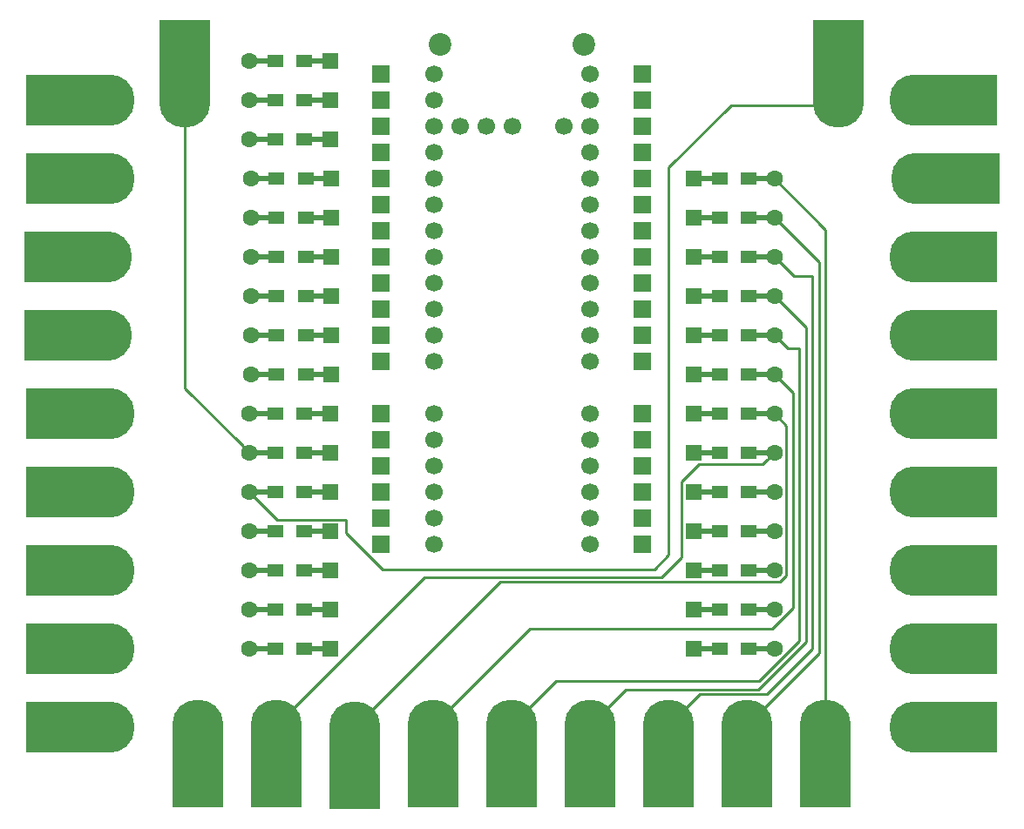
<source format=gbr>
G04 #@! TF.GenerationSoftware,KiCad,Pcbnew,(5.0.1-3-g963ef8bb5)*
G04 #@! TF.CreationDate,2019-02-13T00:25:30-08:00*
G04 #@! TF.ProjectId,midi-anything,6D6964692D616E797468696E672E6B69,rev?*
G04 #@! TF.SameCoordinates,Original*
G04 #@! TF.FileFunction,Copper,L2,Bot,Signal*
G04 #@! TF.FilePolarity,Positive*
%FSLAX46Y46*%
G04 Gerber Fmt 4.6, Leading zero omitted, Abs format (unit mm)*
G04 Created by KiCad (PCBNEW (5.0.1-3-g963ef8bb5)) date Wednesday, February 13, 2019 at 12:25:30 AM*
%MOMM*%
%LPD*%
G01*
G04 APERTURE LIST*
G04 #@! TA.AperFunction,SMDPad,CuDef*
%ADD10R,8.000000X5.000000*%
G04 #@! TD*
G04 #@! TA.AperFunction,ComponentPad*
%ADD11C,5.000000*%
G04 #@! TD*
G04 #@! TA.AperFunction,SMDPad,CuDef*
%ADD12R,5.000000X8.000000*%
G04 #@! TD*
G04 #@! TA.AperFunction,ComponentPad*
%ADD13C,1.700000*%
G04 #@! TD*
G04 #@! TA.AperFunction,ComponentPad*
%ADD14C,2.200000*%
G04 #@! TD*
G04 #@! TA.AperFunction,ComponentPad*
%ADD15R,1.700000X1.700000*%
G04 #@! TD*
G04 #@! TA.AperFunction,Conductor*
%ADD16R,2.900000X0.500000*%
G04 #@! TD*
G04 #@! TA.AperFunction,SMDPad,CuDef*
%ADD17R,1.600000X1.200000*%
G04 #@! TD*
G04 #@! TA.AperFunction,ComponentPad*
%ADD18C,1.600000*%
G04 #@! TD*
G04 #@! TA.AperFunction,ComponentPad*
%ADD19R,1.600000X1.600000*%
G04 #@! TD*
G04 #@! TA.AperFunction,Conductor*
%ADD20C,0.250000*%
G04 #@! TD*
G04 APERTURE END LIST*
D10*
G04 #@! TO.P,H1,1*
G04 #@! TO.N,Net-(D1-Pad2)*
X100330000Y-64770000D03*
D11*
X104330000Y-64770000D03*
G04 #@! TD*
G04 #@! TO.P,H2,1*
G04 #@! TO.N,Net-(D2-Pad2)*
X104330000Y-72390000D03*
D10*
X100330000Y-72390000D03*
G04 #@! TD*
G04 #@! TO.P,H3,1*
G04 #@! TO.N,Net-(D3-Pad2)*
X100140000Y-80010000D03*
D11*
X104140000Y-80010000D03*
G04 #@! TD*
G04 #@! TO.P,H4,1*
G04 #@! TO.N,Net-(D4-Pad2)*
X104140000Y-87630000D03*
D10*
X100140000Y-87630000D03*
G04 #@! TD*
G04 #@! TO.P,H5,1*
G04 #@! TO.N,Net-(D5-Pad2)*
X100330000Y-95250000D03*
D11*
X104330000Y-95250000D03*
G04 #@! TD*
G04 #@! TO.P,H6,1*
G04 #@! TO.N,Net-(D6-Pad2)*
X104330000Y-102870000D03*
D10*
X100330000Y-102870000D03*
G04 #@! TD*
G04 #@! TO.P,H7,1*
G04 #@! TO.N,Net-(D7-Pad2)*
X100330000Y-110490000D03*
D11*
X104330000Y-110490000D03*
G04 #@! TD*
G04 #@! TO.P,H8,1*
G04 #@! TO.N,Net-(D8-Pad2)*
X104330000Y-118110000D03*
D10*
X100330000Y-118110000D03*
G04 #@! TD*
G04 #@! TO.P,H9,1*
G04 #@! TO.N,Net-(D9-Pad2)*
X100330000Y-125730000D03*
D11*
X104330000Y-125730000D03*
G04 #@! TD*
D12*
G04 #@! TO.P,H10,1*
G04 #@! TO.N,Net-(D10-Pad2)*
X113030000Y-129540000D03*
D11*
X113030000Y-125540000D03*
G04 #@! TD*
G04 #@! TO.P,H11,1*
G04 #@! TO.N,Net-(D13-Pad2)*
X182690000Y-125730000D03*
D10*
X186690000Y-125730000D03*
G04 #@! TD*
G04 #@! TO.P,H12,1*
G04 #@! TO.N,Net-(D14-Pad2)*
X186690000Y-118110000D03*
D11*
X182690000Y-118110000D03*
G04 #@! TD*
G04 #@! TO.P,H13,1*
G04 #@! TO.N,Net-(D15-Pad2)*
X182690000Y-110490000D03*
D10*
X186690000Y-110490000D03*
G04 #@! TD*
D11*
G04 #@! TO.P,H14,1*
G04 #@! TO.N,Net-(D16-Pad2)*
X182690000Y-102870000D03*
D10*
X186690000Y-102870000D03*
G04 #@! TD*
D11*
G04 #@! TO.P,H15,1*
G04 #@! TO.N,Net-(D12-Pad2)*
X175260000Y-64960000D03*
D12*
G04 #@! TO.N,N/C*
X175260000Y-60960000D03*
G04 #@! TD*
G04 #@! TO.P,H16,1*
G04 #@! TO.N,Net-(D11-Pad2)*
X111760000Y-60960000D03*
D11*
X111760000Y-64960000D03*
G04 #@! TD*
D12*
G04 #@! TO.P,H17,1*
G04 #@! TO.N,Net-(D17-Pad2)*
X173990000Y-129540000D03*
D11*
X173990000Y-125540000D03*
G04 #@! TD*
G04 #@! TO.P,H18,1*
G04 #@! TO.N,Net-(D29-Pad2)*
X166370000Y-125540000D03*
D12*
X166370000Y-129540000D03*
G04 #@! TD*
G04 #@! TO.P,H19,1*
G04 #@! TO.N,Net-(D28-Pad2)*
X158750000Y-129540000D03*
D11*
X158750000Y-125540000D03*
G04 #@! TD*
G04 #@! TO.P,H20,1*
G04 #@! TO.N,Net-(D27-Pad2)*
X151130000Y-125540000D03*
D12*
X151130000Y-129540000D03*
G04 #@! TD*
G04 #@! TO.P,H21,1*
G04 #@! TO.N,Net-(D26-Pad2)*
X143510000Y-129540000D03*
D11*
X143510000Y-125540000D03*
G04 #@! TD*
G04 #@! TO.P,H22,1*
G04 #@! TO.N,Net-(D25-Pad2)*
X135890000Y-125540000D03*
D12*
X135890000Y-129540000D03*
G04 #@! TD*
G04 #@! TO.P,H23,1*
G04 #@! TO.N,Net-(D24-Pad2)*
X128270000Y-129730000D03*
D11*
X128270000Y-125730000D03*
G04 #@! TD*
G04 #@! TO.P,H24,1*
G04 #@! TO.N,Net-(D23-Pad2)*
X120650000Y-125540000D03*
D12*
X120650000Y-129540000D03*
G04 #@! TD*
D10*
G04 #@! TO.P,H25,1*
G04 #@! TO.N,Net-(D22-Pad2)*
X186690000Y-64770000D03*
D11*
X182690000Y-64770000D03*
G04 #@! TD*
G04 #@! TO.P,H26,1*
G04 #@! TO.N,Net-(D21-Pad2)*
X182880000Y-72390000D03*
D10*
X186880000Y-72390000D03*
G04 #@! TD*
G04 #@! TO.P,H27,1*
G04 #@! TO.N,Net-(D20-Pad2)*
X186690000Y-80010000D03*
D11*
X182690000Y-80010000D03*
G04 #@! TD*
G04 #@! TO.P,H28,1*
G04 #@! TO.N,Net-(D19-Pad2)*
X182690000Y-87630000D03*
D10*
X186690000Y-87630000D03*
G04 #@! TD*
G04 #@! TO.P,H29,1*
G04 #@! TO.N,Net-(D18-Pad2)*
X186690000Y-95250000D03*
D11*
X182690000Y-95250000D03*
G04 #@! TD*
D13*
G04 #@! TO.P,U1,RST*
G04 #@! TO.N,Net-(J17-Pad1)*
X151125000Y-107940000D03*
G04 #@! TO.P,U1,A13*
G04 #@! TO.N,Net-(D18-Pad1)*
X151125000Y-105400000D03*
G04 #@! TO.P,U1,B12*
G04 #@! TO.N,Net-(D20-Pad1)*
X151125000Y-100320000D03*
G04 #@! TO.P,U1,A14*
G04 #@! TO.N,Net-(D19-Pad1)*
X151125000Y-102860000D03*
G04 #@! TO.P,U1,B10*
G04 #@! TO.N,Net-(D22-Pad1)*
X151125000Y-95240000D03*
G04 #@! TO.P,U1,B11*
G04 #@! TO.N,Net-(D21-Pad1)*
X151125000Y-97780000D03*
G04 #@! TO.P,U1,B9*
G04 #@! TO.N,Net-(D23-Pad1)*
X151125000Y-90160000D03*
G04 #@! TO.P,U1,B13*
G04 #@! TO.N,Net-(D26-Pad1)*
X151125000Y-82540000D03*
G04 #@! TO.P,U1,B15*
G04 #@! TO.N,Net-(D24-Pad1)*
X151125000Y-87620000D03*
G04 #@! TO.P,U1,B14*
G04 #@! TO.N,Net-(D25-Pad1)*
X151125000Y-85080000D03*
G04 #@! TO.P,U1,B8*
G04 #@! TO.N,Net-(D27-Pad1)*
X151125000Y-80000000D03*
G04 #@! TO.P,U1,A0*
G04 #@! TO.N,Net-(D28-Pad1)*
X151125000Y-77460000D03*
G04 #@! TO.P,U1,A1*
G04 #@! TO.N,Net-(D29-Pad1)*
X151125000Y-74920000D03*
G04 #@! TO.P,U1,3.3V*
G04 #@! TO.N,Net-(J31-Pad1)*
X151125000Y-69840000D03*
G04 #@! TO.P,U1,A3|5v*
G04 #@! TO.N,Net-(U1-PadA3|5v)*
X148585000Y-67300000D03*
G04 #@! TO.P,U1,A2*
G04 #@! TO.N,Net-(D17-Pad1)*
X151125000Y-72380000D03*
G04 #@! TO.P,U1,DFU*
G04 #@! TO.N,Net-(J32-Pad1)*
X151125000Y-67300000D03*
G04 #@! TO.P,U1,GND*
G04 #@! TO.N,Net-(J33-Pad1)*
X151125000Y-64760000D03*
G04 #@! TO.P,U1,A4*
G04 #@! TO.N,Net-(D11-Pad1)*
X135910000Y-95240000D03*
G04 #@! TO.P,U1,A15*
G04 #@! TO.N,Net-(D16-Pad1)*
X135910000Y-107940000D03*
G04 #@! TO.P,U1,A6*
G04 #@! TO.N,Net-(D13-Pad1)*
X135910000Y-100320000D03*
G04 #@! TO.P,U1,A8*
G04 #@! TO.N,Net-(D15-Pad1)*
X135910000Y-105400000D03*
G04 #@! TO.P,U1,A7*
G04 #@! TO.N,Net-(D14-Pad1)*
X135910000Y-102860000D03*
G04 #@! TO.P,U1,A5*
G04 #@! TO.N,Net-(D12-Pad1)*
X135910000Y-97780000D03*
G04 #@! TO.P,U1,B0*
G04 #@! TO.N,Net-(D10-Pad1)*
X135910000Y-90160000D03*
G04 #@! TO.P,U1,B1*
G04 #@! TO.N,Net-(D9-Pad1)*
X135910000Y-87620000D03*
G04 #@! TO.P,U1,B2*
G04 #@! TO.N,Net-(D8-Pad1)*
X135910000Y-85080000D03*
G04 #@! TO.P,U1,B3*
G04 #@! TO.N,Net-(D7-Pad1)*
X135910000Y-82540000D03*
G04 #@! TO.P,U1,B4*
G04 #@! TO.N,Net-(D6-Pad1)*
X135910000Y-80000000D03*
G04 #@! TO.P,U1,B5*
G04 #@! TO.N,Net-(D5-Pad1)*
X135910000Y-77460000D03*
G04 #@! TO.P,U1,CHRG*
G04 #@! TO.N,Net-(U1-PadCHRG)*
X143530000Y-67300000D03*
G04 #@! TO.P,U1,D-*
G04 #@! TO.N,Net-(U1-PadD-)*
X140990000Y-67300000D03*
G04 #@! TO.P,U1,B6*
G04 #@! TO.N,Net-(D4-Pad1)*
X135910000Y-74920000D03*
G04 #@! TO.P,U1,B7*
G04 #@! TO.N,Net-(D3-Pad1)*
X135910000Y-72380000D03*
G04 #@! TO.P,U1,GND*
G04 #@! TO.N,Net-(J33-Pad1)*
X135910000Y-69840000D03*
X135910000Y-67300000D03*
G04 #@! TO.P,U1,D+*
G04 #@! TO.N,Net-(U1-PadD+)*
X138450000Y-67300000D03*
G04 #@! TO.P,U1,A9*
G04 #@! TO.N,Net-(D1-Pad1)*
X135910000Y-62220000D03*
D14*
G04 #@! TO.P,U1,SCRE*
G04 #@! TO.N,N/C*
X136519600Y-59395200D03*
X150515000Y-59395200D03*
D13*
G04 #@! TO.P,U1,A10*
G04 #@! TO.N,Net-(D2-Pad1)*
X135910000Y-64760000D03*
G04 #@! TO.P,U1,5V*
G04 #@! TO.N,Net-(J34-Pad1)*
X151125000Y-62220000D03*
G04 #@! TD*
D15*
G04 #@! TO.P,J1,1*
G04 #@! TO.N,Net-(D1-Pad1)*
X130810000Y-62230000D03*
G04 #@! TD*
G04 #@! TO.P,J2,1*
G04 #@! TO.N,Net-(D2-Pad1)*
X130810000Y-64770000D03*
G04 #@! TD*
G04 #@! TO.P,J3,1*
G04 #@! TO.N,Net-(D3-Pad1)*
X130810000Y-72390000D03*
G04 #@! TD*
G04 #@! TO.P,J4,1*
G04 #@! TO.N,Net-(D4-Pad1)*
X130810000Y-74930000D03*
G04 #@! TD*
G04 #@! TO.P,J5,1*
G04 #@! TO.N,Net-(D5-Pad1)*
X130810000Y-77470000D03*
G04 #@! TD*
G04 #@! TO.P,J6,1*
G04 #@! TO.N,Net-(D6-Pad1)*
X130810000Y-80010000D03*
G04 #@! TD*
G04 #@! TO.P,J7,1*
G04 #@! TO.N,Net-(D7-Pad1)*
X130810000Y-82550000D03*
G04 #@! TD*
G04 #@! TO.P,J8,1*
G04 #@! TO.N,Net-(D8-Pad1)*
X130810000Y-85090000D03*
G04 #@! TD*
G04 #@! TO.P,J9,1*
G04 #@! TO.N,Net-(D9-Pad1)*
X130810000Y-87630000D03*
G04 #@! TD*
G04 #@! TO.P,J10,1*
G04 #@! TO.N,Net-(D10-Pad1)*
X130810000Y-90170000D03*
G04 #@! TD*
G04 #@! TO.P,J11,1*
G04 #@! TO.N,Net-(D11-Pad1)*
X130810000Y-95250000D03*
G04 #@! TD*
G04 #@! TO.P,J12,1*
G04 #@! TO.N,Net-(D12-Pad1)*
X130810000Y-97790000D03*
G04 #@! TD*
G04 #@! TO.P,J13,1*
G04 #@! TO.N,Net-(D13-Pad1)*
X130810000Y-100330000D03*
G04 #@! TD*
G04 #@! TO.P,J14,1*
G04 #@! TO.N,Net-(D14-Pad1)*
X130810000Y-102870000D03*
G04 #@! TD*
G04 #@! TO.P,J15,1*
G04 #@! TO.N,Net-(D15-Pad1)*
X130810000Y-105410000D03*
G04 #@! TD*
G04 #@! TO.P,J16,1*
G04 #@! TO.N,Net-(D16-Pad1)*
X130810000Y-107950000D03*
G04 #@! TD*
G04 #@! TO.P,J17,1*
G04 #@! TO.N,Net-(J17-Pad1)*
X156210000Y-107950000D03*
G04 #@! TD*
G04 #@! TO.P,J18,1*
G04 #@! TO.N,Net-(D18-Pad1)*
X156210000Y-105410000D03*
G04 #@! TD*
G04 #@! TO.P,J19,1*
G04 #@! TO.N,Net-(D19-Pad1)*
X156210000Y-102870000D03*
G04 #@! TD*
G04 #@! TO.P,J20,1*
G04 #@! TO.N,Net-(D20-Pad1)*
X156210000Y-100330000D03*
G04 #@! TD*
G04 #@! TO.P,J21,1*
G04 #@! TO.N,Net-(D21-Pad1)*
X156210000Y-97790000D03*
G04 #@! TD*
G04 #@! TO.P,J22,1*
G04 #@! TO.N,Net-(D22-Pad1)*
X156210000Y-95250000D03*
G04 #@! TD*
G04 #@! TO.P,J23,1*
G04 #@! TO.N,Net-(D23-Pad1)*
X156210000Y-90170000D03*
G04 #@! TD*
G04 #@! TO.P,J24,1*
G04 #@! TO.N,Net-(D24-Pad1)*
X156210000Y-87630000D03*
G04 #@! TD*
G04 #@! TO.P,J25,1*
G04 #@! TO.N,Net-(D25-Pad1)*
X156210000Y-85090000D03*
G04 #@! TD*
G04 #@! TO.P,J26,1*
G04 #@! TO.N,Net-(D26-Pad1)*
X156210000Y-82550000D03*
G04 #@! TD*
G04 #@! TO.P,J27,1*
G04 #@! TO.N,Net-(D27-Pad1)*
X156210000Y-80010000D03*
G04 #@! TD*
G04 #@! TO.P,J28,1*
G04 #@! TO.N,Net-(D28-Pad1)*
X156210000Y-77470000D03*
G04 #@! TD*
G04 #@! TO.P,J29,1*
G04 #@! TO.N,Net-(D29-Pad1)*
X156210000Y-74930000D03*
G04 #@! TD*
G04 #@! TO.P,J30,1*
G04 #@! TO.N,Net-(D17-Pad1)*
X156210000Y-72390000D03*
G04 #@! TD*
G04 #@! TO.P,J31,1*
G04 #@! TO.N,Net-(J31-Pad1)*
X156210000Y-69850000D03*
G04 #@! TD*
G04 #@! TO.P,J32,1*
G04 #@! TO.N,Net-(J32-Pad1)*
X156210000Y-67310000D03*
G04 #@! TD*
G04 #@! TO.P,J33,1*
G04 #@! TO.N,Net-(J33-Pad1)*
X156210000Y-64770000D03*
G04 #@! TD*
G04 #@! TO.P,J34,1*
G04 #@! TO.N,Net-(J34-Pad1)*
X156210000Y-62230000D03*
G04 #@! TD*
G04 #@! TO.P,J35,1*
G04 #@! TO.N,Net-(J35-Pad1)*
X130810000Y-67310000D03*
G04 #@! TD*
G04 #@! TO.P,J36,1*
G04 #@! TO.N,Net-(J36-Pad1)*
X130810000Y-69850000D03*
G04 #@! TD*
D16*
G04 #@! TO.N,Net-(D1-Pad2)*
G04 #@! TO.C,D1*
X119420000Y-60960000D03*
D17*
G04 #@! TD*
G04 #@! TO.P,D1,2*
G04 #@! TO.N,Net-(D1-Pad2)*
X120520000Y-60960000D03*
G04 #@! TO.P,D1,1*
G04 #@! TO.N,Net-(D1-Pad1)*
X123320000Y-60960000D03*
D16*
G04 #@! TD*
G04 #@! TO.N,Net-(D1-Pad1)*
G04 #@! TO.C,D1*
X124420000Y-60960000D03*
D18*
G04 #@! TO.P,D1,2*
G04 #@! TO.N,Net-(D1-Pad2)*
X118020000Y-60960000D03*
D19*
G04 #@! TO.P,D1,1*
G04 #@! TO.N,Net-(D1-Pad1)*
X125820000Y-60960000D03*
G04 #@! TD*
D16*
G04 #@! TO.N,Net-(D2-Pad2)*
G04 #@! TO.C,D2*
X119420000Y-64770000D03*
D17*
G04 #@! TD*
G04 #@! TO.P,D2,2*
G04 #@! TO.N,Net-(D2-Pad2)*
X120520000Y-64770000D03*
G04 #@! TO.P,D2,1*
G04 #@! TO.N,Net-(D2-Pad1)*
X123320000Y-64770000D03*
D16*
G04 #@! TD*
G04 #@! TO.N,Net-(D2-Pad1)*
G04 #@! TO.C,D2*
X124420000Y-64770000D03*
D18*
G04 #@! TO.P,D2,2*
G04 #@! TO.N,Net-(D2-Pad2)*
X118020000Y-64770000D03*
D19*
G04 #@! TO.P,D2,1*
G04 #@! TO.N,Net-(D2-Pad1)*
X125820000Y-64770000D03*
G04 #@! TD*
G04 #@! TO.P,D3,1*
G04 #@! TO.N,Net-(D3-Pad1)*
X125820000Y-68580000D03*
D18*
G04 #@! TO.P,D3,2*
G04 #@! TO.N,Net-(D3-Pad2)*
X118020000Y-68580000D03*
D16*
G04 #@! TD*
G04 #@! TO.N,Net-(D3-Pad1)*
G04 #@! TO.C,D3*
X124420000Y-68580000D03*
D17*
G04 #@! TO.P,D3,1*
G04 #@! TO.N,Net-(D3-Pad1)*
X123320000Y-68580000D03*
G04 #@! TO.P,D3,2*
G04 #@! TO.N,Net-(D3-Pad2)*
X120520000Y-68580000D03*
D16*
G04 #@! TD*
G04 #@! TO.N,Net-(D3-Pad2)*
G04 #@! TO.C,D3*
X119420000Y-68580000D03*
G04 #@! TO.N,Net-(D4-Pad2)*
G04 #@! TO.C,D4*
X119550000Y-72390000D03*
D17*
G04 #@! TD*
G04 #@! TO.P,D4,2*
G04 #@! TO.N,Net-(D4-Pad2)*
X120650000Y-72390000D03*
G04 #@! TO.P,D4,1*
G04 #@! TO.N,Net-(D4-Pad1)*
X123450000Y-72390000D03*
D16*
G04 #@! TD*
G04 #@! TO.N,Net-(D4-Pad1)*
G04 #@! TO.C,D4*
X124550000Y-72390000D03*
D18*
G04 #@! TO.P,D4,2*
G04 #@! TO.N,Net-(D4-Pad2)*
X118150000Y-72390000D03*
D19*
G04 #@! TO.P,D4,1*
G04 #@! TO.N,Net-(D4-Pad1)*
X125950000Y-72390000D03*
G04 #@! TD*
G04 #@! TO.P,D5,1*
G04 #@! TO.N,Net-(D5-Pad1)*
X125950000Y-76200000D03*
D18*
G04 #@! TO.P,D5,2*
G04 #@! TO.N,Net-(D5-Pad2)*
X118150000Y-76200000D03*
D16*
G04 #@! TD*
G04 #@! TO.N,Net-(D5-Pad1)*
G04 #@! TO.C,D5*
X124550000Y-76200000D03*
D17*
G04 #@! TO.P,D5,1*
G04 #@! TO.N,Net-(D5-Pad1)*
X123450000Y-76200000D03*
G04 #@! TO.P,D5,2*
G04 #@! TO.N,Net-(D5-Pad2)*
X120650000Y-76200000D03*
D16*
G04 #@! TD*
G04 #@! TO.N,Net-(D5-Pad2)*
G04 #@! TO.C,D5*
X119550000Y-76200000D03*
G04 #@! TO.N,Net-(D6-Pad2)*
G04 #@! TO.C,D6*
X119550000Y-80010000D03*
D17*
G04 #@! TD*
G04 #@! TO.P,D6,2*
G04 #@! TO.N,Net-(D6-Pad2)*
X120650000Y-80010000D03*
G04 #@! TO.P,D6,1*
G04 #@! TO.N,Net-(D6-Pad1)*
X123450000Y-80010000D03*
D16*
G04 #@! TD*
G04 #@! TO.N,Net-(D6-Pad1)*
G04 #@! TO.C,D6*
X124550000Y-80010000D03*
D18*
G04 #@! TO.P,D6,2*
G04 #@! TO.N,Net-(D6-Pad2)*
X118150000Y-80010000D03*
D19*
G04 #@! TO.P,D6,1*
G04 #@! TO.N,Net-(D6-Pad1)*
X125950000Y-80010000D03*
G04 #@! TD*
G04 #@! TO.P,D7,1*
G04 #@! TO.N,Net-(D7-Pad1)*
X125950000Y-83820000D03*
D18*
G04 #@! TO.P,D7,2*
G04 #@! TO.N,Net-(D7-Pad2)*
X118150000Y-83820000D03*
D16*
G04 #@! TD*
G04 #@! TO.N,Net-(D7-Pad1)*
G04 #@! TO.C,D7*
X124550000Y-83820000D03*
D17*
G04 #@! TO.P,D7,1*
G04 #@! TO.N,Net-(D7-Pad1)*
X123450000Y-83820000D03*
G04 #@! TO.P,D7,2*
G04 #@! TO.N,Net-(D7-Pad2)*
X120650000Y-83820000D03*
D16*
G04 #@! TD*
G04 #@! TO.N,Net-(D7-Pad2)*
G04 #@! TO.C,D7*
X119550000Y-83820000D03*
G04 #@! TO.N,Net-(D8-Pad2)*
G04 #@! TO.C,D8*
X119550000Y-87630000D03*
D17*
G04 #@! TD*
G04 #@! TO.P,D8,2*
G04 #@! TO.N,Net-(D8-Pad2)*
X120650000Y-87630000D03*
G04 #@! TO.P,D8,1*
G04 #@! TO.N,Net-(D8-Pad1)*
X123450000Y-87630000D03*
D16*
G04 #@! TD*
G04 #@! TO.N,Net-(D8-Pad1)*
G04 #@! TO.C,D8*
X124550000Y-87630000D03*
D18*
G04 #@! TO.P,D8,2*
G04 #@! TO.N,Net-(D8-Pad2)*
X118150000Y-87630000D03*
D19*
G04 #@! TO.P,D8,1*
G04 #@! TO.N,Net-(D8-Pad1)*
X125950000Y-87630000D03*
G04 #@! TD*
G04 #@! TO.P,D9,1*
G04 #@! TO.N,Net-(D9-Pad1)*
X125950000Y-91440000D03*
D18*
G04 #@! TO.P,D9,2*
G04 #@! TO.N,Net-(D9-Pad2)*
X118150000Y-91440000D03*
D16*
G04 #@! TD*
G04 #@! TO.N,Net-(D9-Pad1)*
G04 #@! TO.C,D9*
X124550000Y-91440000D03*
D17*
G04 #@! TO.P,D9,1*
G04 #@! TO.N,Net-(D9-Pad1)*
X123450000Y-91440000D03*
G04 #@! TO.P,D9,2*
G04 #@! TO.N,Net-(D9-Pad2)*
X120650000Y-91440000D03*
D16*
G04 #@! TD*
G04 #@! TO.N,Net-(D9-Pad2)*
G04 #@! TO.C,D9*
X119550000Y-91440000D03*
G04 #@! TO.N,Net-(D10-Pad2)*
G04 #@! TO.C,D10*
X119420000Y-95250000D03*
D17*
G04 #@! TD*
G04 #@! TO.P,D10,2*
G04 #@! TO.N,Net-(D10-Pad2)*
X120520000Y-95250000D03*
G04 #@! TO.P,D10,1*
G04 #@! TO.N,Net-(D10-Pad1)*
X123320000Y-95250000D03*
D16*
G04 #@! TD*
G04 #@! TO.N,Net-(D10-Pad1)*
G04 #@! TO.C,D10*
X124420000Y-95250000D03*
D18*
G04 #@! TO.P,D10,2*
G04 #@! TO.N,Net-(D10-Pad2)*
X118020000Y-95250000D03*
D19*
G04 #@! TO.P,D10,1*
G04 #@! TO.N,Net-(D10-Pad1)*
X125820000Y-95250000D03*
G04 #@! TD*
G04 #@! TO.P,D11,1*
G04 #@! TO.N,Net-(D11-Pad1)*
X125820000Y-99060000D03*
D18*
G04 #@! TO.P,D11,2*
G04 #@! TO.N,Net-(D11-Pad2)*
X118020000Y-99060000D03*
D16*
G04 #@! TD*
G04 #@! TO.N,Net-(D11-Pad1)*
G04 #@! TO.C,D11*
X124420000Y-99060000D03*
D17*
G04 #@! TO.P,D11,1*
G04 #@! TO.N,Net-(D11-Pad1)*
X123320000Y-99060000D03*
G04 #@! TO.P,D11,2*
G04 #@! TO.N,Net-(D11-Pad2)*
X120520000Y-99060000D03*
D16*
G04 #@! TD*
G04 #@! TO.N,Net-(D11-Pad2)*
G04 #@! TO.C,D11*
X119420000Y-99060000D03*
G04 #@! TO.N,Net-(D12-Pad2)*
G04 #@! TO.C,D12*
X119420000Y-102870000D03*
D17*
G04 #@! TD*
G04 #@! TO.P,D12,2*
G04 #@! TO.N,Net-(D12-Pad2)*
X120520000Y-102870000D03*
G04 #@! TO.P,D12,1*
G04 #@! TO.N,Net-(D12-Pad1)*
X123320000Y-102870000D03*
D16*
G04 #@! TD*
G04 #@! TO.N,Net-(D12-Pad1)*
G04 #@! TO.C,D12*
X124420000Y-102870000D03*
D18*
G04 #@! TO.P,D12,2*
G04 #@! TO.N,Net-(D12-Pad2)*
X118020000Y-102870000D03*
D19*
G04 #@! TO.P,D12,1*
G04 #@! TO.N,Net-(D12-Pad1)*
X125820000Y-102870000D03*
G04 #@! TD*
G04 #@! TO.P,D13,1*
G04 #@! TO.N,Net-(D13-Pad1)*
X125820000Y-106680000D03*
D18*
G04 #@! TO.P,D13,2*
G04 #@! TO.N,Net-(D13-Pad2)*
X118020000Y-106680000D03*
D16*
G04 #@! TD*
G04 #@! TO.N,Net-(D13-Pad1)*
G04 #@! TO.C,D13*
X124420000Y-106680000D03*
D17*
G04 #@! TO.P,D13,1*
G04 #@! TO.N,Net-(D13-Pad1)*
X123320000Y-106680000D03*
G04 #@! TO.P,D13,2*
G04 #@! TO.N,Net-(D13-Pad2)*
X120520000Y-106680000D03*
D16*
G04 #@! TD*
G04 #@! TO.N,Net-(D13-Pad2)*
G04 #@! TO.C,D13*
X119420000Y-106680000D03*
D19*
G04 #@! TO.P,D14,1*
G04 #@! TO.N,Net-(D14-Pad1)*
X125820000Y-110490000D03*
D18*
G04 #@! TO.P,D14,2*
G04 #@! TO.N,Net-(D14-Pad2)*
X118020000Y-110490000D03*
D16*
G04 #@! TD*
G04 #@! TO.N,Net-(D14-Pad1)*
G04 #@! TO.C,D14*
X124420000Y-110490000D03*
D17*
G04 #@! TO.P,D14,1*
G04 #@! TO.N,Net-(D14-Pad1)*
X123320000Y-110490000D03*
G04 #@! TO.P,D14,2*
G04 #@! TO.N,Net-(D14-Pad2)*
X120520000Y-110490000D03*
D16*
G04 #@! TD*
G04 #@! TO.N,Net-(D14-Pad2)*
G04 #@! TO.C,D14*
X119420000Y-110490000D03*
G04 #@! TO.N,Net-(D15-Pad2)*
G04 #@! TO.C,D15*
X119420000Y-114300000D03*
D17*
G04 #@! TD*
G04 #@! TO.P,D15,2*
G04 #@! TO.N,Net-(D15-Pad2)*
X120520000Y-114300000D03*
G04 #@! TO.P,D15,1*
G04 #@! TO.N,Net-(D15-Pad1)*
X123320000Y-114300000D03*
D16*
G04 #@! TD*
G04 #@! TO.N,Net-(D15-Pad1)*
G04 #@! TO.C,D15*
X124420000Y-114300000D03*
D18*
G04 #@! TO.P,D15,2*
G04 #@! TO.N,Net-(D15-Pad2)*
X118020000Y-114300000D03*
D19*
G04 #@! TO.P,D15,1*
G04 #@! TO.N,Net-(D15-Pad1)*
X125820000Y-114300000D03*
G04 #@! TD*
G04 #@! TO.P,D16,1*
G04 #@! TO.N,Net-(D16-Pad1)*
X125820000Y-118110000D03*
D18*
G04 #@! TO.P,D16,2*
G04 #@! TO.N,Net-(D16-Pad2)*
X118020000Y-118110000D03*
D16*
G04 #@! TD*
G04 #@! TO.N,Net-(D16-Pad1)*
G04 #@! TO.C,D16*
X124420000Y-118110000D03*
D17*
G04 #@! TO.P,D16,1*
G04 #@! TO.N,Net-(D16-Pad1)*
X123320000Y-118110000D03*
G04 #@! TO.P,D16,2*
G04 #@! TO.N,Net-(D16-Pad2)*
X120520000Y-118110000D03*
D16*
G04 #@! TD*
G04 #@! TO.N,Net-(D16-Pad2)*
G04 #@! TO.C,D16*
X119420000Y-118110000D03*
D19*
G04 #@! TO.P,D17,1*
G04 #@! TO.N,Net-(D17-Pad1)*
X161200000Y-72390000D03*
D18*
G04 #@! TO.P,D17,2*
G04 #@! TO.N,Net-(D17-Pad2)*
X169000000Y-72390000D03*
D16*
G04 #@! TD*
G04 #@! TO.N,Net-(D17-Pad1)*
G04 #@! TO.C,D17*
X162600000Y-72390000D03*
D17*
G04 #@! TO.P,D17,1*
G04 #@! TO.N,Net-(D17-Pad1)*
X163700000Y-72390000D03*
G04 #@! TO.P,D17,2*
G04 #@! TO.N,Net-(D17-Pad2)*
X166500000Y-72390000D03*
D16*
G04 #@! TD*
G04 #@! TO.N,Net-(D17-Pad2)*
G04 #@! TO.C,D17*
X167600000Y-72390000D03*
G04 #@! TO.N,Net-(D18-Pad2)*
G04 #@! TO.C,D18*
X167600000Y-118110000D03*
D17*
G04 #@! TD*
G04 #@! TO.P,D18,2*
G04 #@! TO.N,Net-(D18-Pad2)*
X166500000Y-118110000D03*
G04 #@! TO.P,D18,1*
G04 #@! TO.N,Net-(D18-Pad1)*
X163700000Y-118110000D03*
D16*
G04 #@! TD*
G04 #@! TO.N,Net-(D18-Pad1)*
G04 #@! TO.C,D18*
X162600000Y-118110000D03*
D18*
G04 #@! TO.P,D18,2*
G04 #@! TO.N,Net-(D18-Pad2)*
X169000000Y-118110000D03*
D19*
G04 #@! TO.P,D18,1*
G04 #@! TO.N,Net-(D18-Pad1)*
X161200000Y-118110000D03*
G04 #@! TD*
G04 #@! TO.P,D19,1*
G04 #@! TO.N,Net-(D19-Pad1)*
X161200000Y-114300000D03*
D18*
G04 #@! TO.P,D19,2*
G04 #@! TO.N,Net-(D19-Pad2)*
X169000000Y-114300000D03*
D16*
G04 #@! TD*
G04 #@! TO.N,Net-(D19-Pad1)*
G04 #@! TO.C,D19*
X162600000Y-114300000D03*
D17*
G04 #@! TO.P,D19,1*
G04 #@! TO.N,Net-(D19-Pad1)*
X163700000Y-114300000D03*
G04 #@! TO.P,D19,2*
G04 #@! TO.N,Net-(D19-Pad2)*
X166500000Y-114300000D03*
D16*
G04 #@! TD*
G04 #@! TO.N,Net-(D19-Pad2)*
G04 #@! TO.C,D19*
X167600000Y-114300000D03*
G04 #@! TO.N,Net-(D20-Pad2)*
G04 #@! TO.C,D20*
X167600000Y-110490000D03*
D17*
G04 #@! TD*
G04 #@! TO.P,D20,2*
G04 #@! TO.N,Net-(D20-Pad2)*
X166500000Y-110490000D03*
G04 #@! TO.P,D20,1*
G04 #@! TO.N,Net-(D20-Pad1)*
X163700000Y-110490000D03*
D16*
G04 #@! TD*
G04 #@! TO.N,Net-(D20-Pad1)*
G04 #@! TO.C,D20*
X162600000Y-110490000D03*
D18*
G04 #@! TO.P,D20,2*
G04 #@! TO.N,Net-(D20-Pad2)*
X169000000Y-110490000D03*
D19*
G04 #@! TO.P,D20,1*
G04 #@! TO.N,Net-(D20-Pad1)*
X161200000Y-110490000D03*
G04 #@! TD*
G04 #@! TO.P,D21,1*
G04 #@! TO.N,Net-(D21-Pad1)*
X161200000Y-106680000D03*
D18*
G04 #@! TO.P,D21,2*
G04 #@! TO.N,Net-(D21-Pad2)*
X169000000Y-106680000D03*
D16*
G04 #@! TD*
G04 #@! TO.N,Net-(D21-Pad1)*
G04 #@! TO.C,D21*
X162600000Y-106680000D03*
D17*
G04 #@! TO.P,D21,1*
G04 #@! TO.N,Net-(D21-Pad1)*
X163700000Y-106680000D03*
G04 #@! TO.P,D21,2*
G04 #@! TO.N,Net-(D21-Pad2)*
X166500000Y-106680000D03*
D16*
G04 #@! TD*
G04 #@! TO.N,Net-(D21-Pad2)*
G04 #@! TO.C,D21*
X167600000Y-106680000D03*
G04 #@! TO.N,Net-(D22-Pad2)*
G04 #@! TO.C,D22*
X167600000Y-102870000D03*
D17*
G04 #@! TD*
G04 #@! TO.P,D22,2*
G04 #@! TO.N,Net-(D22-Pad2)*
X166500000Y-102870000D03*
G04 #@! TO.P,D22,1*
G04 #@! TO.N,Net-(D22-Pad1)*
X163700000Y-102870000D03*
D16*
G04 #@! TD*
G04 #@! TO.N,Net-(D22-Pad1)*
G04 #@! TO.C,D22*
X162600000Y-102870000D03*
D18*
G04 #@! TO.P,D22,2*
G04 #@! TO.N,Net-(D22-Pad2)*
X169000000Y-102870000D03*
D19*
G04 #@! TO.P,D22,1*
G04 #@! TO.N,Net-(D22-Pad1)*
X161200000Y-102870000D03*
G04 #@! TD*
G04 #@! TO.P,D23,1*
G04 #@! TO.N,Net-(D23-Pad1)*
X161200000Y-99060000D03*
D18*
G04 #@! TO.P,D23,2*
G04 #@! TO.N,Net-(D23-Pad2)*
X169000000Y-99060000D03*
D16*
G04 #@! TD*
G04 #@! TO.N,Net-(D23-Pad1)*
G04 #@! TO.C,D23*
X162600000Y-99060000D03*
D17*
G04 #@! TO.P,D23,1*
G04 #@! TO.N,Net-(D23-Pad1)*
X163700000Y-99060000D03*
G04 #@! TO.P,D23,2*
G04 #@! TO.N,Net-(D23-Pad2)*
X166500000Y-99060000D03*
D16*
G04 #@! TD*
G04 #@! TO.N,Net-(D23-Pad2)*
G04 #@! TO.C,D23*
X167600000Y-99060000D03*
G04 #@! TO.N,Net-(D24-Pad2)*
G04 #@! TO.C,D24*
X167600000Y-95250000D03*
D17*
G04 #@! TD*
G04 #@! TO.P,D24,2*
G04 #@! TO.N,Net-(D24-Pad2)*
X166500000Y-95250000D03*
G04 #@! TO.P,D24,1*
G04 #@! TO.N,Net-(D24-Pad1)*
X163700000Y-95250000D03*
D16*
G04 #@! TD*
G04 #@! TO.N,Net-(D24-Pad1)*
G04 #@! TO.C,D24*
X162600000Y-95250000D03*
D18*
G04 #@! TO.P,D24,2*
G04 #@! TO.N,Net-(D24-Pad2)*
X169000000Y-95250000D03*
D19*
G04 #@! TO.P,D24,1*
G04 #@! TO.N,Net-(D24-Pad1)*
X161200000Y-95250000D03*
G04 #@! TD*
G04 #@! TO.P,D25,1*
G04 #@! TO.N,Net-(D25-Pad1)*
X161200000Y-91440000D03*
D18*
G04 #@! TO.P,D25,2*
G04 #@! TO.N,Net-(D25-Pad2)*
X169000000Y-91440000D03*
D16*
G04 #@! TD*
G04 #@! TO.N,Net-(D25-Pad1)*
G04 #@! TO.C,D25*
X162600000Y-91440000D03*
D17*
G04 #@! TO.P,D25,1*
G04 #@! TO.N,Net-(D25-Pad1)*
X163700000Y-91440000D03*
G04 #@! TO.P,D25,2*
G04 #@! TO.N,Net-(D25-Pad2)*
X166500000Y-91440000D03*
D16*
G04 #@! TD*
G04 #@! TO.N,Net-(D25-Pad2)*
G04 #@! TO.C,D25*
X167600000Y-91440000D03*
G04 #@! TO.N,Net-(D26-Pad2)*
G04 #@! TO.C,D26*
X167600000Y-87630000D03*
D17*
G04 #@! TD*
G04 #@! TO.P,D26,2*
G04 #@! TO.N,Net-(D26-Pad2)*
X166500000Y-87630000D03*
G04 #@! TO.P,D26,1*
G04 #@! TO.N,Net-(D26-Pad1)*
X163700000Y-87630000D03*
D16*
G04 #@! TD*
G04 #@! TO.N,Net-(D26-Pad1)*
G04 #@! TO.C,D26*
X162600000Y-87630000D03*
D18*
G04 #@! TO.P,D26,2*
G04 #@! TO.N,Net-(D26-Pad2)*
X169000000Y-87630000D03*
D19*
G04 #@! TO.P,D26,1*
G04 #@! TO.N,Net-(D26-Pad1)*
X161200000Y-87630000D03*
G04 #@! TD*
G04 #@! TO.P,D27,1*
G04 #@! TO.N,Net-(D27-Pad1)*
X161200000Y-83820000D03*
D18*
G04 #@! TO.P,D27,2*
G04 #@! TO.N,Net-(D27-Pad2)*
X169000000Y-83820000D03*
D16*
G04 #@! TD*
G04 #@! TO.N,Net-(D27-Pad1)*
G04 #@! TO.C,D27*
X162600000Y-83820000D03*
D17*
G04 #@! TO.P,D27,1*
G04 #@! TO.N,Net-(D27-Pad1)*
X163700000Y-83820000D03*
G04 #@! TO.P,D27,2*
G04 #@! TO.N,Net-(D27-Pad2)*
X166500000Y-83820000D03*
D16*
G04 #@! TD*
G04 #@! TO.N,Net-(D27-Pad2)*
G04 #@! TO.C,D27*
X167600000Y-83820000D03*
G04 #@! TO.N,Net-(D28-Pad2)*
G04 #@! TO.C,D28*
X167600000Y-80010000D03*
D17*
G04 #@! TD*
G04 #@! TO.P,D28,2*
G04 #@! TO.N,Net-(D28-Pad2)*
X166500000Y-80010000D03*
G04 #@! TO.P,D28,1*
G04 #@! TO.N,Net-(D28-Pad1)*
X163700000Y-80010000D03*
D16*
G04 #@! TD*
G04 #@! TO.N,Net-(D28-Pad1)*
G04 #@! TO.C,D28*
X162600000Y-80010000D03*
D18*
G04 #@! TO.P,D28,2*
G04 #@! TO.N,Net-(D28-Pad2)*
X169000000Y-80010000D03*
D19*
G04 #@! TO.P,D28,1*
G04 #@! TO.N,Net-(D28-Pad1)*
X161200000Y-80010000D03*
G04 #@! TD*
G04 #@! TO.P,D29,1*
G04 #@! TO.N,Net-(D29-Pad1)*
X161200000Y-76200000D03*
D18*
G04 #@! TO.P,D29,2*
G04 #@! TO.N,Net-(D29-Pad2)*
X169000000Y-76200000D03*
D16*
G04 #@! TD*
G04 #@! TO.N,Net-(D29-Pad1)*
G04 #@! TO.C,D29*
X162600000Y-76200000D03*
D17*
G04 #@! TO.P,D29,1*
G04 #@! TO.N,Net-(D29-Pad1)*
X163700000Y-76200000D03*
G04 #@! TO.P,D29,2*
G04 #@! TO.N,Net-(D29-Pad2)*
X166500000Y-76200000D03*
D16*
G04 #@! TD*
G04 #@! TO.N,Net-(D29-Pad2)*
G04 #@! TO.C,D29*
X167600000Y-76200000D03*
D20*
G04 #@! TO.N,Net-(D11-Pad2)*
X117220001Y-98260001D02*
X118020000Y-99060000D01*
X111760000Y-92800000D02*
X117220001Y-98260001D01*
X111760000Y-60960000D02*
X111760000Y-92800000D01*
G04 #@! TO.N,Net-(D12-Pad2)*
X172499999Y-65285001D02*
X175260000Y-65285001D01*
X158750000Y-108965002D02*
X158750000Y-71329999D01*
X164794998Y-65285001D02*
X172499999Y-65285001D01*
X157320001Y-110395001D02*
X158750000Y-108965002D01*
X130969999Y-110395001D02*
X157320001Y-110395001D01*
X127399997Y-106824999D02*
X130969999Y-110395001D01*
X158750000Y-71329999D02*
X164794998Y-65285001D01*
X127399997Y-105554999D02*
X127399997Y-106824999D01*
X120704999Y-105554999D02*
X127399997Y-105554999D01*
X118020000Y-102870000D02*
X120704999Y-105554999D01*
G04 #@! TO.N,Net-(D17-Pad2)*
X173990000Y-77380000D02*
X169000000Y-72390000D01*
X173990000Y-125540000D02*
X173990000Y-77380000D01*
G04 #@! TO.N,Net-(D23-Pad2)*
X135025009Y-111164991D02*
X158075009Y-111164991D01*
X120650000Y-125540000D02*
X135025009Y-111164991D01*
X158075009Y-111164991D02*
X160020000Y-109220000D01*
X161699997Y-100185001D02*
X167874999Y-100185001D01*
X168200001Y-99859999D02*
X169000000Y-99060000D01*
X167874999Y-100185001D02*
X168200001Y-99859999D01*
X160020000Y-101864998D02*
X161699997Y-100185001D01*
X160020000Y-109220000D02*
X160020000Y-101864998D01*
G04 #@! TO.N,Net-(D24-Pad2)*
X169540001Y-111615001D02*
X170180000Y-110975002D01*
X142384999Y-111615001D02*
X169540001Y-111615001D01*
X128270000Y-125730000D02*
X142384999Y-111615001D01*
X170180000Y-96430000D02*
X169000000Y-95250000D01*
X170180000Y-110975002D02*
X170180000Y-96430000D01*
G04 #@! TO.N,Net-(D25-Pad2)*
X135890000Y-125540000D02*
X145225000Y-116205000D01*
X168760002Y-116205000D02*
X170815000Y-114150002D01*
X145225000Y-116205000D02*
X168760002Y-116205000D01*
X170815000Y-93255000D02*
X169000000Y-91440000D01*
X170815000Y-114150002D02*
X170815000Y-93255000D01*
G04 #@! TO.N,Net-(D26-Pad2)*
X143510000Y-125540000D02*
X147765000Y-121285000D01*
X167490002Y-121285000D02*
X171450000Y-117325002D01*
X147765000Y-121285000D02*
X167490002Y-121285000D01*
X171450000Y-117325002D02*
X171450000Y-88900000D01*
X170270000Y-88900000D02*
X169000000Y-87630000D01*
X171450000Y-88900000D02*
X170270000Y-88900000D01*
G04 #@! TO.N,Net-(D27-Pad2)*
X151130000Y-125540000D02*
X154565010Y-122104990D01*
X154565010Y-122104990D02*
X167455010Y-122104990D01*
X167455010Y-122104990D02*
X172085000Y-117475000D01*
X172085000Y-86905000D02*
X169000000Y-83820000D01*
X172085000Y-117475000D02*
X172085000Y-86905000D01*
G04 #@! TO.N,Net-(D28-Pad2)*
X158750000Y-125540000D02*
X161735000Y-122555000D01*
X161735000Y-122555000D02*
X168275000Y-122555000D01*
X168275000Y-122555000D02*
X172720000Y-118110000D01*
X172720000Y-118110000D02*
X172720000Y-81915000D01*
X169799999Y-80809999D02*
X169000000Y-80010000D01*
X170905000Y-81915000D02*
X169799999Y-80809999D01*
X172720000Y-81915000D02*
X170905000Y-81915000D01*
G04 #@! TO.N,Net-(D29-Pad2)*
X169799999Y-76999999D02*
X169000000Y-76200000D01*
X173355000Y-80555000D02*
X169799999Y-76999999D01*
X173355000Y-118555000D02*
X173355000Y-80555000D01*
X166370000Y-125540000D02*
X173355000Y-118555000D01*
G04 #@! TD*
M02*

</source>
